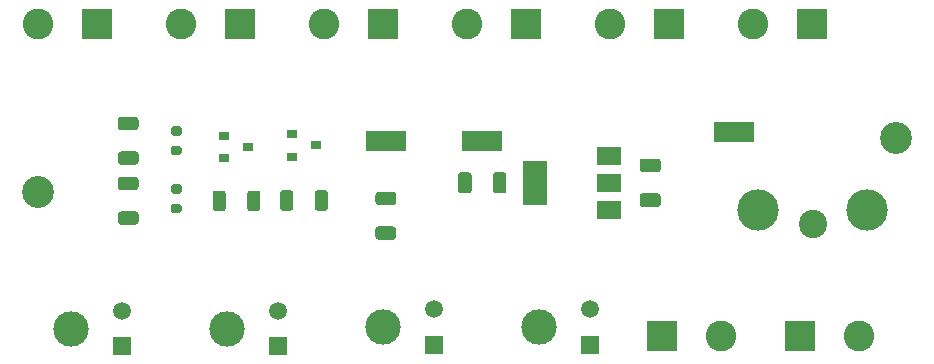
<source format=gbr>
%TF.GenerationSoftware,KiCad,Pcbnew,(5.1.9-0-10_14)*%
%TF.CreationDate,2022-04-24T23:49:05-07:00*%
%TF.ProjectId,PROTO_PCB_2022,50524f54-4f5f-4504-9342-5f323032322e,rev?*%
%TF.SameCoordinates,Original*%
%TF.FileFunction,Soldermask,Top*%
%TF.FilePolarity,Negative*%
%FSLAX46Y46*%
G04 Gerber Fmt 4.6, Leading zero omitted, Abs format (unit mm)*
G04 Created by KiCad (PCBNEW (5.1.9-0-10_14)) date 2022-04-24 23:49:05*
%MOMM*%
%LPD*%
G01*
G04 APERTURE LIST*
%ADD10C,3.500000*%
%ADD11C,2.400000*%
%ADD12R,3.400000X1.800000*%
%ADD13R,0.900000X0.800000*%
%ADD14C,2.600000*%
%ADD15R,2.600000X2.600000*%
%ADD16C,2.999999*%
%ADD17C,1.520000*%
%ADD18R,1.520000X1.520000*%
%ADD19R,2.000000X1.500000*%
%ADD20R,2.000000X3.800000*%
%ADD21C,2.700000*%
G04 APERTURE END LIST*
D10*
%TO.C,F1*%
X145344000Y-100838000D03*
D11*
X140744000Y-102038000D03*
D10*
X136144000Y-100838000D03*
%TD*%
%TO.C,D2*%
G36*
G01*
X86593000Y-95421000D02*
X87143000Y-95421000D01*
G75*
G02*
X87343000Y-95621000I0J-200000D01*
G01*
X87343000Y-96021000D01*
G75*
G02*
X87143000Y-96221000I-200000J0D01*
G01*
X86593000Y-96221000D01*
G75*
G02*
X86393000Y-96021000I0J200000D01*
G01*
X86393000Y-95621000D01*
G75*
G02*
X86593000Y-95421000I200000J0D01*
G01*
G37*
G36*
G01*
X86593000Y-93771000D02*
X87143000Y-93771000D01*
G75*
G02*
X87343000Y-93971000I0J-200000D01*
G01*
X87343000Y-94371000D01*
G75*
G02*
X87143000Y-94571000I-200000J0D01*
G01*
X86593000Y-94571000D01*
G75*
G02*
X86393000Y-94371000I0J200000D01*
G01*
X86393000Y-93971000D01*
G75*
G02*
X86593000Y-93771000I200000J0D01*
G01*
G37*
%TD*%
D12*
%TO.C,TP3*%
X104648000Y-94996000D03*
%TD*%
%TO.C,TP2*%
X112776000Y-94996000D03*
%TD*%
%TO.C,TP1*%
X134112000Y-94234000D03*
%TD*%
%TO.C,R5*%
G36*
G01*
X92871500Y-100701001D02*
X92871500Y-99450999D01*
G75*
G02*
X93121499Y-99201000I249999J0D01*
G01*
X93746501Y-99201000D01*
G75*
G02*
X93996500Y-99450999I0J-249999D01*
G01*
X93996500Y-100701001D01*
G75*
G02*
X93746501Y-100951000I-249999J0D01*
G01*
X93121499Y-100951000D01*
G75*
G02*
X92871500Y-100701001I0J249999D01*
G01*
G37*
G36*
G01*
X89946500Y-100701001D02*
X89946500Y-99450999D01*
G75*
G02*
X90196499Y-99201000I249999J0D01*
G01*
X90821501Y-99201000D01*
G75*
G02*
X91071500Y-99450999I0J-249999D01*
G01*
X91071500Y-100701001D01*
G75*
G02*
X90821501Y-100951000I-249999J0D01*
G01*
X90196499Y-100951000D01*
G75*
G02*
X89946500Y-100701001I0J249999D01*
G01*
G37*
%TD*%
%TO.C,R4*%
G36*
G01*
X82178999Y-95896000D02*
X83429001Y-95896000D01*
G75*
G02*
X83679000Y-96145999I0J-249999D01*
G01*
X83679000Y-96771001D01*
G75*
G02*
X83429001Y-97021000I-249999J0D01*
G01*
X82178999Y-97021000D01*
G75*
G02*
X81929000Y-96771001I0J249999D01*
G01*
X81929000Y-96145999D01*
G75*
G02*
X82178999Y-95896000I249999J0D01*
G01*
G37*
G36*
G01*
X82178999Y-92971000D02*
X83429001Y-92971000D01*
G75*
G02*
X83679000Y-93220999I0J-249999D01*
G01*
X83679000Y-93846001D01*
G75*
G02*
X83429001Y-94096000I-249999J0D01*
G01*
X82178999Y-94096000D01*
G75*
G02*
X81929000Y-93846001I0J249999D01*
G01*
X81929000Y-93220999D01*
G75*
G02*
X82178999Y-92971000I249999J0D01*
G01*
G37*
%TD*%
%TO.C,R3*%
G36*
G01*
X105235401Y-100446000D02*
X103985399Y-100446000D01*
G75*
G02*
X103735400Y-100196001I0J249999D01*
G01*
X103735400Y-99570999D01*
G75*
G02*
X103985399Y-99321000I249999J0D01*
G01*
X105235401Y-99321000D01*
G75*
G02*
X105485400Y-99570999I0J-249999D01*
G01*
X105485400Y-100196001D01*
G75*
G02*
X105235401Y-100446000I-249999J0D01*
G01*
G37*
G36*
G01*
X105235401Y-103371000D02*
X103985399Y-103371000D01*
G75*
G02*
X103735400Y-103121001I0J249999D01*
G01*
X103735400Y-102495999D01*
G75*
G02*
X103985399Y-102246000I249999J0D01*
G01*
X105235401Y-102246000D01*
G75*
G02*
X105485400Y-102495999I0J-249999D01*
G01*
X105485400Y-103121001D01*
G75*
G02*
X105235401Y-103371000I-249999J0D01*
G01*
G37*
%TD*%
%TO.C,R2*%
G36*
G01*
X98586500Y-100680000D02*
X98586500Y-99429998D01*
G75*
G02*
X98836499Y-99179999I249999J0D01*
G01*
X99461501Y-99179999D01*
G75*
G02*
X99711500Y-99429998I0J-249999D01*
G01*
X99711500Y-100680000D01*
G75*
G02*
X99461501Y-100929999I-249999J0D01*
G01*
X98836499Y-100929999D01*
G75*
G02*
X98586500Y-100680000I0J249999D01*
G01*
G37*
G36*
G01*
X95661500Y-100680000D02*
X95661500Y-99429998D01*
G75*
G02*
X95911499Y-99179999I249999J0D01*
G01*
X96536501Y-99179999D01*
G75*
G02*
X96786500Y-99429998I0J-249999D01*
G01*
X96786500Y-100680000D01*
G75*
G02*
X96536501Y-100929999I-249999J0D01*
G01*
X95911499Y-100929999D01*
G75*
G02*
X95661500Y-100680000I0J249999D01*
G01*
G37*
%TD*%
%TO.C,R1*%
G36*
G01*
X82178999Y-100976000D02*
X83429001Y-100976000D01*
G75*
G02*
X83679000Y-101225999I0J-249999D01*
G01*
X83679000Y-101851001D01*
G75*
G02*
X83429001Y-102101000I-249999J0D01*
G01*
X82178999Y-102101000D01*
G75*
G02*
X81929000Y-101851001I0J249999D01*
G01*
X81929000Y-101225999D01*
G75*
G02*
X82178999Y-100976000I249999J0D01*
G01*
G37*
G36*
G01*
X82178999Y-98051000D02*
X83429001Y-98051000D01*
G75*
G02*
X83679000Y-98300999I0J-249999D01*
G01*
X83679000Y-98926001D01*
G75*
G02*
X83429001Y-99176000I-249999J0D01*
G01*
X82178999Y-99176000D01*
G75*
G02*
X81929000Y-98926001I0J249999D01*
G01*
X81929000Y-98300999D01*
G75*
G02*
X82178999Y-98051000I249999J0D01*
G01*
G37*
%TD*%
D13*
%TO.C,Q2*%
X92948000Y-95504000D03*
X90948000Y-96454000D03*
X90948000Y-94554000D03*
%TD*%
D14*
%TO.C,J10*%
X123600200Y-85090000D03*
D15*
X128600200Y-85090000D03*
%TD*%
D14*
%TO.C,J9*%
X111484400Y-85090000D03*
D15*
X116484400Y-85090000D03*
%TD*%
D14*
%TO.C,J8*%
X99368600Y-85090000D03*
D15*
X104368600Y-85090000D03*
%TD*%
D16*
%TO.C,J6*%
X77976001Y-110895000D03*
D17*
X82296000Y-109395001D03*
D18*
X82296000Y-112395000D03*
%TD*%
D16*
%TO.C,J4*%
X117600001Y-110768000D03*
D17*
X121920000Y-109268001D03*
D18*
X121920000Y-112268000D03*
%TD*%
D16*
%TO.C,J3*%
X104392001Y-110768000D03*
D17*
X108712000Y-109268001D03*
D18*
X108712000Y-112268000D03*
%TD*%
D16*
%TO.C,J1*%
X91184001Y-110895000D03*
D17*
X95504000Y-109395001D03*
D18*
X95504000Y-112395000D03*
%TD*%
%TO.C,D1*%
G36*
G01*
X86593000Y-100310000D02*
X87143000Y-100310000D01*
G75*
G02*
X87343000Y-100510000I0J-200000D01*
G01*
X87343000Y-100910000D01*
G75*
G02*
X87143000Y-101110000I-200000J0D01*
G01*
X86593000Y-101110000D01*
G75*
G02*
X86393000Y-100910000I0J200000D01*
G01*
X86393000Y-100510000D01*
G75*
G02*
X86593000Y-100310000I200000J0D01*
G01*
G37*
G36*
G01*
X86593000Y-98660000D02*
X87143000Y-98660000D01*
G75*
G02*
X87343000Y-98860000I0J-200000D01*
G01*
X87343000Y-99260000D01*
G75*
G02*
X87143000Y-99460000I-200000J0D01*
G01*
X86593000Y-99460000D01*
G75*
G02*
X86393000Y-99260000I0J200000D01*
G01*
X86393000Y-98860000D01*
G75*
G02*
X86593000Y-98660000I200000J0D01*
G01*
G37*
%TD*%
%TO.C,C2*%
G36*
G01*
X111876000Y-97901999D02*
X111876000Y-99202001D01*
G75*
G02*
X111626001Y-99452000I-249999J0D01*
G01*
X110975999Y-99452000D01*
G75*
G02*
X110726000Y-99202001I0J249999D01*
G01*
X110726000Y-97901999D01*
G75*
G02*
X110975999Y-97652000I249999J0D01*
G01*
X111626001Y-97652000D01*
G75*
G02*
X111876000Y-97901999I0J-249999D01*
G01*
G37*
G36*
G01*
X114826000Y-97901999D02*
X114826000Y-99202001D01*
G75*
G02*
X114576001Y-99452000I-249999J0D01*
G01*
X113925999Y-99452000D01*
G75*
G02*
X113676000Y-99202001I0J249999D01*
G01*
X113676000Y-97901999D01*
G75*
G02*
X113925999Y-97652000I249999J0D01*
G01*
X114576001Y-97652000D01*
G75*
G02*
X114826000Y-97901999I0J-249999D01*
G01*
G37*
%TD*%
%TO.C,C1*%
G36*
G01*
X126349999Y-99452000D02*
X127650001Y-99452000D01*
G75*
G02*
X127900000Y-99701999I0J-249999D01*
G01*
X127900000Y-100352001D01*
G75*
G02*
X127650001Y-100602000I-249999J0D01*
G01*
X126349999Y-100602000D01*
G75*
G02*
X126100000Y-100352001I0J249999D01*
G01*
X126100000Y-99701999D01*
G75*
G02*
X126349999Y-99452000I249999J0D01*
G01*
G37*
G36*
G01*
X126349999Y-96502000D02*
X127650001Y-96502000D01*
G75*
G02*
X127900000Y-96751999I0J-249999D01*
G01*
X127900000Y-97402001D01*
G75*
G02*
X127650001Y-97652000I-249999J0D01*
G01*
X126349999Y-97652000D01*
G75*
G02*
X126100000Y-97402001I0J249999D01*
G01*
X126100000Y-96751999D01*
G75*
G02*
X126349999Y-96502000I249999J0D01*
G01*
G37*
%TD*%
D19*
%TO.C,U1*%
X123546000Y-100852000D03*
X123546000Y-96252000D03*
X123546000Y-98552000D03*
D20*
X117246000Y-98552000D03*
%TD*%
D21*
%TO.C,H2*%
X75184000Y-99314000D03*
%TD*%
%TO.C,H1*%
X147828000Y-94742000D03*
%TD*%
D14*
%TO.C,J2*%
X87252800Y-85090000D03*
D15*
X92252800Y-85090000D03*
%TD*%
D14*
%TO.C,J7*%
X75137000Y-85090000D03*
D15*
X80137000Y-85090000D03*
%TD*%
D14*
%TO.C,J5*%
X135716000Y-85090000D03*
D15*
X140716000Y-85090000D03*
%TD*%
D14*
%TO.C,J12*%
X144700000Y-111506000D03*
D15*
X139700000Y-111506000D03*
%TD*%
D14*
%TO.C,J11*%
X133016000Y-111506000D03*
D15*
X128016000Y-111506000D03*
%TD*%
D13*
%TO.C,Q1*%
X98686500Y-95377000D03*
X96686500Y-96327000D03*
X96686500Y-94427000D03*
%TD*%
M02*

</source>
